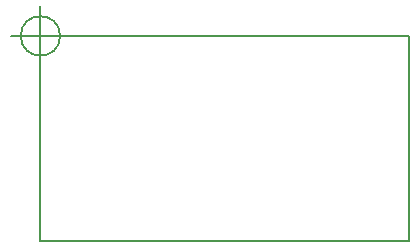
<source format=gm1>
G04 #@! TF.FileFunction,Profile,NP*
%FSLAX46Y46*%
G04 Gerber Fmt 4.6, Leading zero omitted, Abs format (unit mm)*
G04 Created by KiCad (PCBNEW 4.0.6) date 10/22/17 19:33:14*
%MOMM*%
%LPD*%
G01*
G04 APERTURE LIST*
%ADD10C,0.100000*%
%ADD11C,0.150000*%
G04 APERTURE END LIST*
D10*
D11*
X114696666Y-86487000D02*
G75*
G03X114696666Y-86487000I-1666666J0D01*
G01*
X110530000Y-86487000D02*
X115530000Y-86487000D01*
X113030000Y-83987000D02*
X113030000Y-88987000D01*
X144272000Y-86487000D02*
X113030000Y-86487000D01*
X144272000Y-103867000D02*
X144272000Y-86487000D01*
X113030000Y-103867000D02*
X144272000Y-103867000D01*
X113030000Y-86487000D02*
X113030000Y-103867000D01*
M02*

</source>
